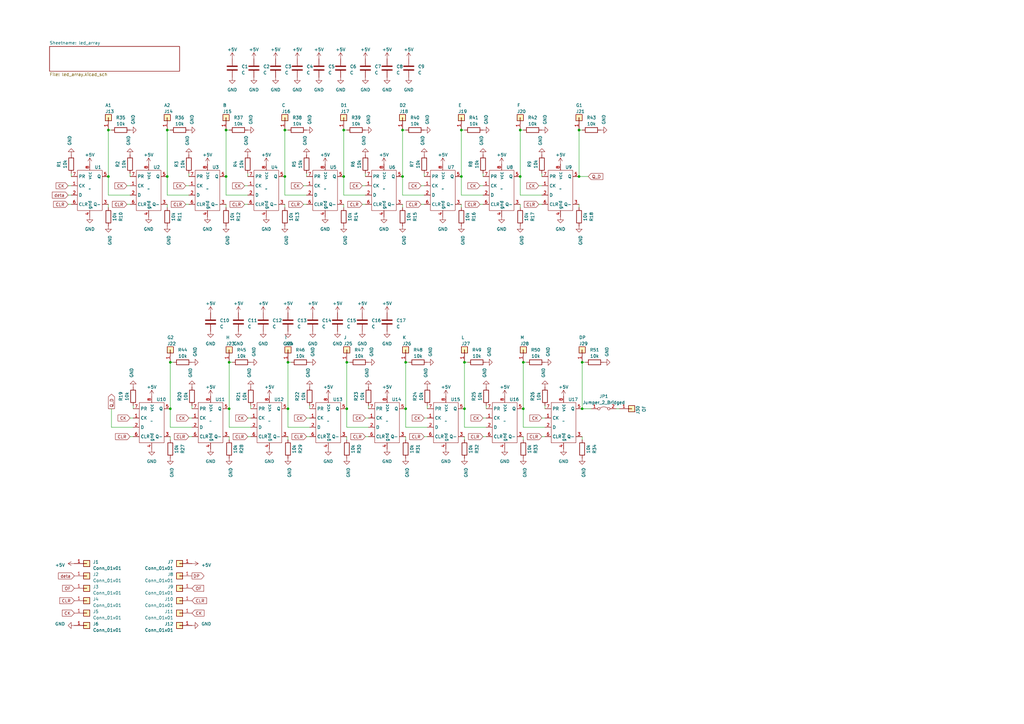
<source format=kicad_sch>
(kicad_sch (version 20230121) (generator eeschema)
  (paper "A3")
  (title_block (title "16seg") (date "2023-05-10") (rev "0.5") (company "takmasa kawauchi"))
  (junction (at 214.63 148.59))
  (junction (at 68.58 53.34))
  (junction (at 166.37 167.64))
  (junction (at 93.98 167.64))
  (junction (at 214.63 167.64))
  (junction (at 237.49 72.39))
  (junction (at 92.71 72.39))
  (junction (at 189.23 72.39))
  (junction (at 142.24 148.59))
  (junction (at 69.85 167.64))
  (junction (at 140.97 53.34))
  (junction (at 68.58 72.39))
  (junction (at 165.1 53.34))
  (junction (at 118.11 148.59))
  (junction (at 93.98 148.59))
  (junction (at 118.11 167.64))
  (junction (at 238.76 148.59))
  (junction (at 69.85 148.59))
  (junction (at 166.37 148.59))
  (junction (at 92.71 53.34))
  (junction (at 238.76 167.64))
  (junction (at 165.1 72.39))
  (junction (at 213.36 53.34))
  (junction (at 213.36 72.39))
  (junction (at 189.23 53.34))
  (junction (at 142.24 167.64))
  (junction (at 116.84 53.34))
  (junction (at 190.5 167.64))
  (junction (at 190.5 148.59))
  (junction (at 44.45 72.39))
  (junction (at 116.84 72.39))
  (junction (at 140.97 72.39))
  (junction (at 237.49 53.34))
  (junction (at 44.45 53.34))
  (wire (pts (xy 214.63 167.64) (xy 214.63 175.26)))
  (wire (pts (xy 44.45 80.01) (xy 53.34 80.01)))
  (wire (pts (xy 116.84 53.34) (xy 116.84 72.39)))
  (wire (pts (xy 190.5 167.64) (xy 190.5 175.26)))
  (wire (pts (xy 213.36 83.82) (xy 213.36 85.09)))
  (wire (pts (xy 142.24 148.59) (xy 143.51 148.59)))
  (wire (pts (xy 166.37 167.64) (xy 166.37 175.26)))
  (wire (pts (xy 27.94 80.01) (xy 29.21 80.01)))
  (wire (pts (xy 44.45 53.34) (xy 45.72 53.34)))
  (wire (pts (xy 166.37 148.59) (xy 166.37 167.64)))
  (wire (pts (xy 142.24 148.59) (xy 142.24 167.64)))
  (wire (pts (xy 68.58 53.34) (xy 68.58 72.39)))
  (wire (pts (xy 68.58 72.39) (xy 68.58 80.01)))
  (wire (pts (xy 166.37 179.07) (xy 166.37 180.34)))
  (wire (pts (xy 116.84 83.82) (xy 116.84 85.09)))
  (wire (pts (xy 173.99 171.45) (xy 175.26 171.45)))
  (wire (pts (xy 165.1 72.39) (xy 165.1 80.01)))
  (wire (pts (xy 52.07 76.2) (xy 53.34 76.2)))
  (wire (pts (xy 151.13 166.37) (xy 151.13 167.64)))
  (wire (pts (xy 165.1 53.34) (xy 166.37 53.34)))
  (wire (pts (xy 165.1 53.34) (xy 165.1 72.39)))
  (wire (pts (xy 27.94 83.82) (xy 29.21 83.82)))
  (wire (pts (xy 100.33 83.82) (xy 101.6 83.82)))
  (wire (pts (xy 213.36 80.01) (xy 222.25 80.01)))
  (wire (pts (xy 116.84 80.01) (xy 125.73 80.01)))
  (wire (pts (xy 140.97 53.34) (xy 142.24 53.34)))
  (wire (pts (xy 214.63 148.59) (xy 215.9 148.59)))
  (wire (pts (xy 77.47 171.45) (xy 78.74 171.45)))
  (wire (pts (xy 69.85 179.07) (xy 69.85 180.34)))
  (wire (pts (xy 101.6 179.07) (xy 102.87 179.07)))
  (wire (pts (xy 166.37 148.59) (xy 167.64 148.59)))
  (wire (pts (xy 92.71 53.34) (xy 92.71 72.39)))
  (wire (pts (xy 173.99 71.12) (xy 173.99 72.39)))
  (wire (pts (xy 166.37 175.26) (xy 175.26 175.26)))
  (wire (pts (xy 45.72 167.64) (xy 45.72 175.26)))
  (wire (pts (xy 220.98 76.2) (xy 222.25 76.2)))
  (wire (pts (xy 237.49 83.82) (xy 237.49 85.09)))
  (wire (pts (xy 78.74 166.37) (xy 78.74 167.64)))
  (wire (pts (xy 238.76 179.07) (xy 238.76 180.34)))
  (wire (pts (xy 214.63 179.07) (xy 214.63 180.34)))
  (wire (pts (xy 118.11 179.07) (xy 118.11 180.34)))
  (wire (pts (xy 238.76 148.59) (xy 238.76 167.64)))
  (wire (pts (xy 100.33 76.2) (xy 101.6 76.2)))
  (wire (pts (xy 140.97 53.34) (xy 140.97 72.39)))
  (wire (pts (xy 142.24 175.26) (xy 151.13 175.26)))
  (wire (pts (xy 198.12 71.12) (xy 198.12 72.39)))
  (wire (pts (xy 52.07 83.82) (xy 53.34 83.82)))
  (wire (pts (xy 53.34 171.45) (xy 54.61 171.45)))
  (wire (pts (xy 93.98 148.59) (xy 95.25 148.59)))
  (wire (pts (xy 118.11 167.64) (xy 118.11 175.26)))
  (wire (pts (xy 222.25 71.12) (xy 222.25 72.39)))
  (wire (pts (xy 44.45 72.39) (xy 44.45 80.01)))
  (wire (pts (xy 44.45 53.34) (xy 44.45 72.39)))
  (wire (pts (xy 77.47 179.07) (xy 78.74 179.07)))
  (wire (pts (xy 196.85 76.2) (xy 198.12 76.2)))
  (wire (pts (xy 172.72 76.2) (xy 173.99 76.2)))
  (wire (pts (xy 190.5 179.07) (xy 190.5 180.34)))
  (wire (pts (xy 76.2 83.82) (xy 77.47 83.82)))
  (wire (pts (xy 189.23 83.82) (xy 189.23 85.09)))
  (wire (pts (xy 116.84 53.34) (xy 118.11 53.34)))
  (wire (pts (xy 214.63 148.59) (xy 214.63 167.64)))
  (wire (pts (xy 93.98 175.26) (xy 102.87 175.26)))
  (wire (pts (xy 102.87 166.37) (xy 102.87 167.64)))
  (wire (pts (xy 53.34 71.12) (xy 53.34 72.39)))
  (wire (pts (xy 140.97 80.01) (xy 149.86 80.01)))
  (wire (pts (xy 142.24 179.07) (xy 142.24 180.34)))
  (wire (pts (xy 118.11 175.26) (xy 127 175.26)))
  (wire (pts (xy 213.36 53.34) (xy 213.36 72.39)))
  (wire (pts (xy 92.71 53.34) (xy 93.98 53.34)))
  (wire (pts (xy 29.21 71.12) (xy 29.21 72.39)))
  (wire (pts (xy 252.73 167.64) (xy 254 167.64)))
  (wire (pts (xy 93.98 179.07) (xy 93.98 180.34)))
  (wire (pts (xy 77.47 71.12) (xy 77.47 72.39)))
  (wire (pts (xy 76.2 76.2) (xy 77.47 76.2)))
  (wire (pts (xy 118.11 148.59) (xy 118.11 167.64)))
  (wire (pts (xy 214.63 175.26) (xy 223.52 175.26)))
  (wire (pts (xy 69.85 148.59) (xy 69.85 167.64)))
  (wire (pts (xy 222.25 179.07) (xy 223.52 179.07)))
  (wire (pts (xy 92.71 83.82) (xy 92.71 85.09)))
  (wire (pts (xy 124.46 83.82) (xy 125.73 83.82)))
  (wire (pts (xy 69.85 175.26) (xy 78.74 175.26)))
  (wire (pts (xy 69.85 148.59) (xy 71.12 148.59)))
  (wire (pts (xy 165.1 83.82) (xy 165.1 85.09)))
  (wire (pts (xy 213.36 53.34) (xy 214.63 53.34)))
  (wire (pts (xy 116.84 72.39) (xy 116.84 80.01)))
  (wire (pts (xy 68.58 80.01) (xy 77.47 80.01)))
  (wire (pts (xy 53.34 179.07) (xy 54.61 179.07)))
  (wire (pts (xy 198.12 179.07) (xy 199.39 179.07)))
  (wire (pts (xy 54.61 166.37) (xy 54.61 167.64)))
  (wire (pts (xy 125.73 171.45) (xy 127 171.45)))
  (wire (pts (xy 190.5 175.26) (xy 199.39 175.26)))
  (wire (pts (xy 213.36 72.39) (xy 213.36 80.01)))
  (wire (pts (xy 149.86 179.07) (xy 151.13 179.07)))
  (wire (pts (xy 92.71 80.01) (xy 101.6 80.01)))
  (wire (pts (xy 237.49 53.34) (xy 238.76 53.34)))
  (wire (pts (xy 223.52 166.37) (xy 223.52 167.64)))
  (wire (pts (xy 238.76 148.59) (xy 240.03 148.59)))
  (wire (pts (xy 125.73 71.12) (xy 125.73 72.39)))
  (wire (pts (xy 241.3 72.39) (xy 237.49 72.39)))
  (wire (pts (xy 198.12 171.45) (xy 199.39 171.45)))
  (wire (pts (xy 45.72 175.26) (xy 54.61 175.26)))
  (wire (pts (xy 125.73 179.07) (xy 127 179.07)))
  (wire (pts (xy 149.86 71.12) (xy 149.86 72.39)))
  (wire (pts (xy 189.23 80.01) (xy 198.12 80.01)))
  (wire (pts (xy 189.23 53.34) (xy 190.5 53.34)))
  (wire (pts (xy 172.72 83.82) (xy 173.99 83.82)))
  (wire (pts (xy 196.85 83.82) (xy 198.12 83.82)))
  (wire (pts (xy 238.76 167.64) (xy 242.57 167.64)))
  (wire (pts (xy 175.26 166.37) (xy 175.26 167.64)))
  (wire (pts (xy 69.85 167.64) (xy 69.85 175.26)))
  (wire (pts (xy 220.98 83.82) (xy 222.25 83.82)))
  (wire (pts (xy 101.6 171.45) (xy 102.87 171.45)))
  (wire (pts (xy 124.46 76.2) (xy 125.73 76.2)))
  (wire (pts (xy 93.98 148.59) (xy 93.98 167.64)))
  (wire (pts (xy 140.97 83.82) (xy 140.97 85.09)))
  (wire (pts (xy 237.49 53.34) (xy 237.49 72.39)))
  (wire (pts (xy 149.86 171.45) (xy 151.13 171.45)))
  (wire (pts (xy 165.1 80.01) (xy 173.99 80.01)))
  (wire (pts (xy 68.58 83.82) (xy 68.58 85.09)))
  (wire (pts (xy 189.23 53.34) (xy 189.23 72.39)))
  (wire (pts (xy 148.59 76.2) (xy 149.86 76.2)))
  (wire (pts (xy 189.23 72.39) (xy 189.23 80.01)))
  (wire (pts (xy 148.59 83.82) (xy 149.86 83.82)))
  (wire (pts (xy 140.97 72.39) (xy 140.97 80.01)))
  (wire (pts (xy 142.24 167.64) (xy 142.24 175.26)))
  (wire (pts (xy 68.58 53.34) (xy 69.85 53.34)))
  (wire (pts (xy 222.25 171.45) (xy 223.52 171.45)))
  (wire (pts (xy 101.6 71.12) (xy 101.6 72.39)))
  (wire (pts (xy 127 166.37) (xy 127 167.64)))
  (wire (pts (xy 173.99 179.07) (xy 175.26 179.07)))
  (wire (pts (xy 190.5 148.59) (xy 191.77 148.59)))
  (wire (pts (xy 118.11 148.59) (xy 119.38 148.59)))
  (wire (pts (xy 93.98 167.64) (xy 93.98 175.26)))
  (wire (pts (xy 199.39 166.37) (xy 199.39 167.64)))
  (wire (pts (xy 27.94 76.2) (xy 29.21 76.2)))
  (wire (pts (xy 44.45 83.82) (xy 44.45 85.09)))
  (wire (pts (xy 190.5 148.59) (xy 190.5 167.64)))
  (wire (pts (xy 92.71 72.39) (xy 92.71 80.01)))
  (global_label "CK" (shape input) (at 125.73 171.45 180) (property "Intersheetrefs" "${INTERSHEET_REFS}" (effects hide)))
  (global_label "CLR" (shape input) (at 52.07 83.82 180) (property "Intersheetrefs" "${INTERSHEET_REFS}" (effects hide)))
  (global_label "CLR" (shape input) (at 100.33 83.82 180) (property "Intersheetrefs" "${INTERSHEET_REFS}" (effects hide)))
  (global_label "CK" (shape input) (at 53.34 171.45 180) (property "Intersheetrefs" "${INTERSHEET_REFS}" (effects hide)))
  (global_label "CLR" (shape input) (at 222.25 179.07 180) (property "Intersheetrefs" "${INTERSHEET_REFS}" (effects hide)))
  (global_label "CK" (shape input) (at 124.46 76.2 180) (property "Intersheetrefs" "${INTERSHEET_REFS}" (effects hide)))
  (global_label "CK" (shape input) (at 30.48 251.46 180) (property "Intersheetrefs" "${INTERSHEET_REFS}" (effects hide)))
  (global_label "deta" (shape input) (at 27.94 80.01 180) (property "Intersheetrefs" "${INTERSHEET_REFS}" (effects hide)))
  (global_label "CLR" (shape input) (at 172.72 83.82 180) (property "Intersheetrefs" "${INTERSHEET_REFS}" (effects hide)))
  (global_label "DP" (shape output) (at 78.74 236.22 0) (property "Intersheetrefs" "${INTERSHEET_REFS}" (effects hide)))
  (global_label "CLR" (shape input) (at 124.46 83.82 180) (property "Intersheetrefs" "${INTERSHEET_REFS}" (effects hide)))
  (global_label "Q_D" (shape input) (at 241.3 72.39 0) (property "Intersheetrefs" "${INTERSHEET_REFS}" (effects hide)))
  (global_label "CK" (shape input) (at 220.98 76.2 180) (property "Intersheetrefs" "${INTERSHEET_REFS}" (effects hide)))
  (global_label "OF" (shape input) (at 78.74 241.3 0) (property "Intersheetrefs" "${INTERSHEET_REFS}" (effects hide)))
  (global_label "CK" (shape input) (at 149.86 171.45 180) (property "Intersheetrefs" "${INTERSHEET_REFS}" (effects hide)))
  (global_label "CLR" (shape input) (at 30.48 246.38 180) (property "Intersheetrefs" "${INTERSHEET_REFS}" (effects hide)))
  (global_label "Q_D" (shape output) (at 45.72 167.64 90) (property "Intersheetrefs" "${INTERSHEET_REFS}" (effects hide)))
  (global_label "CK" (shape input) (at 101.6 171.45 180) (property "Intersheetrefs" "${INTERSHEET_REFS}" (effects hide)))
  (global_label "CLR" (shape input) (at 101.6 179.07 180) (property "Intersheetrefs" "${INTERSHEET_REFS}" (effects hide)))
  (global_label "CK" (shape input) (at 196.85 76.2 180) (property "Intersheetrefs" "${INTERSHEET_REFS}" (effects hide)))
  (global_label "CK" (shape input) (at 222.25 171.45 180) (property "Intersheetrefs" "${INTERSHEET_REFS}" (effects hide)))
  (global_label "CK" (shape input) (at 173.99 171.45 180) (property "Intersheetrefs" "${INTERSHEET_REFS}" (effects hide)))
  (global_label "CLR" (shape input) (at 53.34 179.07 180) (property "Intersheetrefs" "${INTERSHEET_REFS}" (effects hide)))
  (global_label "CLR" (shape input) (at 27.94 83.82 180) (property "Intersheetrefs" "${INTERSHEET_REFS}" (effects hide)))
  (global_label "CLR" (shape input) (at 198.12 179.07 180) (property "Intersheetrefs" "${INTERSHEET_REFS}" (effects hide)))
  (global_label "CK" (shape input) (at 77.47 171.45 180) (property "Intersheetrefs" "${INTERSHEET_REFS}" (effects hide)))
  (global_label "CLR" (shape input) (at 78.74 246.38 0) (property "Intersheetrefs" "${INTERSHEET_REFS}" (effects hide)))
  (global_label "CK" (shape input) (at 100.33 76.2 180) (property "Intersheetrefs" "${INTERSHEET_REFS}" (effects hide)))
  (global_label "CLR" (shape input) (at 76.2 83.82 180) (property "Intersheetrefs" "${INTERSHEET_REFS}" (effects hide)))
  (global_label "deta" (shape input) (at 30.48 236.22 180) (property "Intersheetrefs" "${INTERSHEET_REFS}" (effects hide)))
  (global_label "CLR" (shape input) (at 148.59 83.82 180) (property "Intersheetrefs" "${INTERSHEET_REFS}" (effects hide)))
  (global_label "CK" (shape input) (at 78.74 251.46 0) (property "Intersheetrefs" "${INTERSHEET_REFS}" (effects hide)))
  (global_label "CLR" (shape input) (at 196.85 83.82 180) (property "Intersheetrefs" "${INTERSHEET_REFS}" (effects hide)))
  (global_label "CLR" (shape input) (at 125.73 179.07 180) (property "Intersheetrefs" "${INTERSHEET_REFS}" (effects hide)))
  (global_label "CK" (shape input) (at 198.12 171.45 180) (property "Intersheetrefs" "${INTERSHEET_REFS}" (effects hide)))
  (global_label "CLR" (shape input) (at 77.47 179.07 180) (property "Intersheetrefs" "${INTERSHEET_REFS}" (effects hide)))
  (global_label "OF" (shape input) (at 30.48 241.3 180) (property "Intersheetrefs" "${INTERSHEET_REFS}" (effects hide)))
  (global_label "CK" (shape input) (at 27.94 76.2 180) (property "Intersheetrefs" "${INTERSHEET_REFS}" (effects hide)))
  (global_label "CK" (shape input) (at 172.72 76.2 180) (property "Intersheetrefs" "${INTERSHEET_REFS}" (effects hide)))
  (global_label "CLR" (shape input) (at 149.86 179.07 180) (property "Intersheetrefs" "${INTERSHEET_REFS}" (effects hide)))
  (global_label "CK" (shape input) (at 52.07 76.2 180) (property "Intersheetrefs" "${INTERSHEET_REFS}" (effects hide)))
  (global_label "CLR" (shape input) (at 220.98 83.82 180) (property "Intersheetrefs" "${INTERSHEET_REFS}" (effects hide)))
  (global_label "CK" (shape input) (at 148.59 76.2 180) (property "Intersheetrefs" "${INTERSHEET_REFS}" (effects hide)))
  (global_label "CK" (shape input) (at 76.2 76.2 180) (property "Intersheetrefs" "${INTERSHEET_REFS}" (effects hide)))
  (global_label "CLR" (shape input) (at 173.99 179.07 180) (property "Intersheetrefs" "${INTERSHEET_REFS}" (effects hide)))
  (symbol (lib_id "Connector_Generic:Conn_01x01") (at 142.24 143.51 270) (mirror x) (unit 1)
    (property "Reference" "J25" (at 140.97 140.97 90) (effects (justify left)))
    (property "Value" "J" (at 140.97 138.43 90) (effects (justify left)))
    (property "Footprint" "Connector_Wire:SolderWire-0.5sqmm_1x01_D0.9mm_OD2.1mm" (effects hide))
  )
  (symbol (lib_id "Connector_Generic:Conn_01x01") (at 93.98 143.51 270) (mirror x) (unit 1)
    (property "Reference" "J23" (at 92.71 140.97 90) (effects (justify left)))
    (property "Value" "H" (at 92.71 138.43 90) (effects (justify left)))
    (property "Footprint" "Connector_Wire:SolderWire-0.5sqmm_1x01_D0.9mm_OD2.1mm" (effects hide))
  )
  (symbol (lib_id "power:GND") (at 54.61 158.75 180) (unit 1)
    (property "Reference" "#PWR037" (effects hide))
    (property "Value" "GND" (at 53.975 154.94 90) (effects (justify right)))
  )
  (symbol (lib_id "Device:C") (at 148.59 132.08 0) (unit 1)
    (property "Reference" "C16" (at 152.4 131.445 0) (effects (justify left)))
    (property "Value" "C" (at 152.4 133.985 0) (effects (justify left)))
    (property "Footprint" "Capacitor_SMD:C_0805_2012Metric" (effects hide))
  )
  (symbol (lib_id "Device:R") (at 49.53 53.34 270) (mirror x) (unit 1)
    (property "Reference" "R35" (at 49.53 48.26 90))
    (property "Value" "10k" (at 49.53 50.8 90))
    (property "Footprint" "Resistor_SMD:R_1206_3216Metric" (effects hide))
  )
  (symbol (lib_id "Device:R") (at 198.12 67.31 0) (mirror y) (unit 1)
    (property "Reference" "R8" (at 193.04 67.31 90))
    (property "Value" "10k" (at 195.58 67.31 90))
    (property "Footprint" "Resistor_SMD:R_1206_3216Metric" (effects hide))
  )
  (symbol (lib_id "power:+5V") (at 157.48 67.31 0) (unit 1)
    (property "Reference" "#PWR015" (effects hide))
    (property "Value" "+5V" (at 157.48 63.5 0))
  )
  (symbol (lib_id "Library:TC7WH74FU") (at 85.09 77.47 0) (unit 1)
    (property "Reference" "U3" (at 87.0459 68.58 0) (effects (justify left)))
    (property "Value" "~" (at 85.09 77.47 0))
    (property "Footprint" "Package_SO:TSSOP-8_3x3mm_P0.65mm" (effects hide))
  )
  (symbol (lib_id "power:GND") (at 151.13 148.59 90) (unit 1)
    (property "Reference" "#PWR0128" (effects hide))
    (property "Value" "GND" (at 152.4 142.24 0) (effects (justify right)))
  )
  (symbol (lib_id "Connector_Generic:Conn_01x01") (at 35.56 236.22 0) (unit 1)
    (property "Reference" "J2" (at 38.1 235.585 0) (effects (justify left)))
    (property "Value" "Conn_01x01" (at 38.1 238.125 0) (effects (justify left)))
    (property "Footprint" "Connector_Wire:SolderWire-0.5sqmm_1x01_D0.9mm_OD2.1mm" (effects hide))
  )
  (symbol (lib_id "power:GND") (at 128.27 135.89 0) (unit 1)
    (property "Reference" "#PWR0119" (effects hide))
    (property "Value" "GND" (at 128.27 140.97 0))
  )
  (symbol (lib_id "Device:R") (at 78.74 162.56 0) (mirror y) (unit 1)
    (property "Reference" "R20" (at 73.66 162.56 90))
    (property "Value" "10k" (at 76.2 162.56 90))
    (property "Footprint" "Resistor_SMD:R_1206_3216Metric" (effects hide))
  )
  (symbol (lib_id "Library:TC7WH74FU") (at 109.22 77.47 0) (unit 1)
    (property "Reference" "U4" (at 111.1759 68.58 0) (effects (justify left)))
    (property "Value" "~" (at 109.22 77.47 0))
    (property "Footprint" "Package_SO:TSSOP-8_3x3mm_P0.65mm" (effects hide))
  )
  (symbol (lib_id "Device:R") (at 93.98 184.15 0) (mirror x) (unit 1)
    (property "Reference" "R28" (at 99.06 184.15 90))
    (property "Value" "10k" (at 96.52 184.15 90))
    (property "Footprint" "Resistor_SMD:R_1206_3216Metric" (effects hide))
  )
  (symbol (lib_id "Device:C") (at 97.79 132.08 0) (unit 1)
    (property "Reference" "C11" (at 101.6 131.445 0) (effects (justify left)))
    (property "Value" "C" (at 101.6 133.985 0) (effects (justify left)))
    (property "Footprint" "Capacitor_SMD:C_0805_2012Metric" (effects hide))
  )
  (symbol (lib_id "Device:R") (at 242.57 53.34 270) (mirror x) (unit 1)
    (property "Reference" "R43" (at 242.57 48.26 90))
    (property "Value" "10k" (at 242.57 50.8 90))
    (property "Footprint" "Resistor_SMD:R_1206_3216Metric" (effects hide))
  )
  (symbol (lib_id "power:GND") (at 125.73 53.34 90) (unit 1)
    (property "Reference" "#PWR081" (effects hide))
    (property "Value" "GND" (at 127 46.99 0) (effects (justify right)))
  )
  (symbol (lib_id "Device:R") (at 118.11 184.15 0) (mirror x) (unit 1)
    (property "Reference" "R29" (at 123.19 184.15 90))
    (property "Value" "10k" (at 120.65 184.15 90))
    (property "Footprint" "Resistor_SMD:R_1206_3216Metric" (effects hide))
  )
  (symbol (lib_id "power:GND") (at 140.97 92.71 0) (unit 1)
    (property "Reference" "#PWR032" (effects hide))
    (property "Value" "GND" (at 141.605 96.52 90) (effects (justify right)))
  )
  (symbol (lib_id "Device:C") (at 158.75 132.08 0) (unit 1)
    (property "Reference" "C17" (at 162.56 131.445 0) (effects (justify left)))
    (property "Value" "C" (at 162.56 133.985 0) (effects (justify left)))
    (property "Footprint" "Capacitor_SMD:C_0805_2012Metric" (effects hide))
  )
  (symbol (lib_id "Library:TC7WH74FU") (at 86.36 172.72 0) (unit 1)
    (property "Reference" "U11" (at 88.3159 163.83 0) (effects (justify left)))
    (property "Value" "~" (at 86.36 172.72 0))
    (property "Footprint" "Package_SO:TSSOP-8_3x3mm_P0.65mm" (effects hide))
  )
  (symbol (lib_id "power:+5V") (at 110.49 162.56 0) (unit 1)
    (property "Reference" "#PWR047" (effects hide))
    (property "Value" "+5V" (at 110.49 158.75 0))
  )
  (symbol (lib_id "Device:C") (at 104.14 27.94 0) (unit 1)
    (property "Reference" "C2" (at 107.95 27.305 0) (effects (justify left)))
    (property "Value" "C" (at 107.95 29.845 0) (effects (justify left)))
    (property "Footprint" "Capacitor_SMD:C_0805_2012Metric" (effects hide))
  )
  (symbol (lib_id "power:GND") (at 85.09 88.9 0) (unit 1)
    (property "Reference" "#PWR021" (effects hide))
    (property "Value" "GND" (at 85.09 93.98 0))
  )
  (symbol (lib_id "power:GND") (at 149.86 31.75 0) (unit 1)
    (property "Reference" "#PWR0105" (effects hide))
    (property "Value" "GND" (at 149.86 36.83 0))
  )
  (symbol (lib_id "power:GND") (at 223.52 148.59 90) (unit 1)
    (property "Reference" "#PWR0131" (effects hide))
    (property "Value" "GND" (at 224.79 142.24 0) (effects (justify right)))
  )
  (symbol (lib_id "power:+5V") (at 158.75 24.13 0) (unit 1)
    (property "Reference" "#PWR0106" (effects hide))
    (property "Value" "+5V" (at 158.75 20.32 0))
  )
  (symbol (lib_id "power:GND") (at 78.74 148.59 90) (unit 1)
    (property "Reference" "#PWR087" (effects hide))
    (property "Value" "GND" (at 80.01 142.24 0) (effects (justify right)))
  )
  (symbol (lib_id "power:+5V") (at 118.11 128.27 0) (unit 1)
    (property "Reference" "#PWR0116" (effects hide))
    (property "Value" "+5V" (at 118.11 124.46 0))
  )
  (symbol (lib_id "Device:R") (at 195.58 148.59 270) (mirror x) (unit 1)
    (property "Reference" "R49" (at 195.58 143.51 90))
    (property "Value" "10k" (at 195.58 146.05 90))
    (property "Footprint" "Resistor_SMD:R_1206_3216Metric" (effects hide))
  )
  (symbol (lib_id "Connector_Generic:Conn_01x01") (at 259.08 167.64 0) (mirror x) (unit 1)
    (property "Reference" "J30" (at 261.62 166.37 90) (effects (justify left)))
    (property "Value" "OF" (at 264.16 166.37 90) (effects (justify left)))
    (property "Footprint" "Connector_Wire:SolderWire-0.5sqmm_1x01_D0.9mm_OD2.1mm" (effects hide))
  )
  (symbol (lib_id "Device:C") (at 128.27 132.08 0) (unit 1)
    (property "Reference" "C14" (at 132.08 131.445 0) (effects (justify left)))
    (property "Value" "C" (at 132.08 133.985 0) (effects (justify left)))
    (property "Footprint" "Capacitor_SMD:C_0805_2012Metric" (effects hide))
  )
  (symbol (lib_id "Device:R") (at 54.61 162.56 0) (mirror y) (unit 1)
    (property "Reference" "R19" (at 49.53 162.56 90))
    (property "Value" "10k" (at 52.07 162.56 90))
    (property "Footprint" "Resistor_SMD:R_1206_3216Metric" (effects hide))
  )
  (symbol (lib_id "power:GND") (at 198.12 63.5 180) (unit 1)
    (property "Reference" "#PWR08" (effects hide))
    (property "Value" "GND" (at 197.485 59.69 90) (effects (justify right)))
  )
  (symbol (lib_id "power:GND") (at 199.39 148.59 90) (unit 1)
    (property "Reference" "#PWR0130" (effects hide))
    (property "Value" "GND" (at 200.66 142.24 0) (effects (justify right)))
  )
  (symbol (lib_id "Device:R") (at 125.73 67.31 0) (mirror y) (unit 1)
    (property "Reference" "R5" (at 120.65 67.31 90))
    (property "Value" "10k" (at 123.19 67.31 90))
    (property "Footprint" "Resistor_SMD:R_1206_3216Metric" (effects hide))
  )
  (symbol (lib_id "Device:R") (at 73.66 53.34 270) (mirror x) (unit 1)
    (property "Reference" "R36" (at 73.66 48.26 90))
    (property "Value" "10k" (at 73.66 50.8 90))
    (property "Footprint" "Resistor_SMD:R_1206_3216Metric" (effects hide))
  )
  (symbol (lib_id "power:GND") (at 127 148.59 90) (unit 1)
    (property "Reference" "#PWR0127" (effects hide))
    (property "Value" "GND" (at 128.27 142.24 0) (effects (justify right)))
  )
  (symbol (lib_id "power:+5V") (at 128.27 128.27 0) (unit 1)
    (property "Reference" "#PWR0118" (effects hide))
    (property "Value" "+5V" (at 128.27 124.46 0))
  )
  (symbol (lib_id "power:+5V") (at 121.92 24.13 0) (unit 1)
    (property "Reference" "#PWR098" (effects hide))
    (property "Value" "+5V" (at 121.92 20.32 0))
  )
  (symbol (lib_id "Device:C") (at 138.43 132.08 0) (unit 1)
    (property "Reference" "C15" (at 142.24 131.445 0) (effects (justify left)))
    (property "Value" "C" (at 142.24 133.985 0) (effects (justify left)))
    (property "Footprint" "Capacitor_SMD:C_0805_2012Metric" (effects hide))
  )
  (symbol (lib_id "power:GND") (at 142.24 187.96 0) (unit 1)
    (property "Reference" "#PWR064" (effects hide))
    (property "Value" "GND" (at 142.875 191.77 90) (effects (justify right)))
  )
  (symbol (lib_id "power:GND") (at 182.88 184.15 0) (unit 1)
    (property "Reference" "#PWR058" (effects hide))
    (property "Value" "GND" (at 182.88 189.23 0))
  )
  (symbol (lib_id "Device:R") (at 99.06 148.59 270) (mirror x) (unit 1)
    (property "Reference" "R45" (at 99.06 143.51 90))
    (property "Value" "10k" (at 99.06 146.05 90))
    (property "Footprint" "Resistor_SMD:R_1206_3216Metric" (effects hide))
  )
  (symbol (lib_id "Library:TC7WH74FU") (at 181.61 77.47 0) (unit 1)
    (property "Reference" "U7" (at 183.5659 68.58 0) (effects (justify left)))
    (property "Value" "~" (at 181.61 77.47 0))
    (property "Footprint" "Package_SO:TSSOP-8_3x3mm_P0.65mm" (effects hide))
  )
  (symbol (lib_id "Device:C") (at 107.95 132.08 0) (unit 1)
    (property "Reference" "C12" (at 111.76 131.445 0) (effects (justify left)))
    (property "Value" "C" (at 111.76 133.985 0) (effects (justify left)))
    (property "Footprint" "Capacitor_SMD:C_0805_2012Metric" (effects hide))
  )
  (symbol (lib_id "power:+5V") (at 95.25 24.13 0) (unit 1)
    (property "Reference" "#PWR092" (effects hide))
    (property "Value" "+5V" (at 95.25 20.32 0))
  )
  (symbol (lib_id "power:GND") (at 110.49 184.15 0) (unit 1)
    (property "Reference" "#PWR055" (effects hide))
    (property "Value" "GND" (at 110.49 189.23 0))
  )
  (symbol (lib_id "Device:R") (at 92.71 88.9 0) (mirror x) (unit 1)
    (property "Reference" "R12" (at 97.79 88.9 90))
    (property "Value" "10k" (at 95.25 88.9 90))
    (property "Footprint" "Resistor_SMD:R_1206_3216Metric" (effects hide))
  )
  (symbol (lib_id "Connector_Generic:Conn_01x01") (at 214.63 143.51 270) (mirror x) (unit 1)
    (property "Reference" "J28" (at 213.36 140.97 90) (effects (justify left)))
    (property "Value" "M" (at 213.36 138.43 90) (effects (justify left)))
    (property "Footprint" "Connector_Wire:SolderWire-0.5sqmm_1x01_D0.9mm_OD2.1mm" (effects hide))
  )
  (symbol (lib_id "Device:R") (at 68.58 88.9 0) (mirror x) (unit 1)
    (property "Reference" "R11" (at 73.66 88.9 90))
    (property "Value" "10k" (at 71.12 88.9 90))
    (property "Footprint" "Resistor_SMD:R_1206_3216Metric" (effects hide))
  )
  (symbol (lib_id "power:GND") (at 97.79 135.89 0) (unit 1)
    (property "Reference" "#PWR0113" (effects hide))
    (property "Value" "GND" (at 97.79 140.97 0))
  )
  (symbol (lib_id "power:GND") (at 86.36 135.89 0) (unit 1)
    (property "Reference" "#PWR0111" (effects hide))
    (property "Value" "GND" (at 86.36 140.97 0))
  )
  (symbol (lib_id "power:GND") (at 247.65 148.59 90) (unit 1)
    (property "Reference" "#PWR0132" (effects hide))
    (property "Value" "GND" (at 248.92 142.24 0) (effects (justify right)))
  )
  (symbol (lib_id "Connector_Generic:Conn_01x01") (at 165.1 48.26 270) (mirror x) (unit 1)
    (property "Reference" "J18" (at 163.83 45.72 90) (effects (justify left)))
    (property "Value" "D2" (at 163.83 43.18 90) (effects (justify left)))
    (property "Footprint" "Connector_Wire:SolderWire-0.5sqmm_1x01_D0.9mm_OD2.1mm" (effects hide))
  )
  (symbol (lib_id "power:GND") (at 222.25 53.34 90) (unit 1)
    (property "Reference" "#PWR085" (effects hide))
    (property "Value" "GND" (at 223.52 46.99 0) (effects (justify right)))
  )
  (symbol (lib_id "Connector_Generic:Conn_01x01") (at 44.45 48.26 270) (mirror x) (unit 1)
    (property "Reference" "J13" (at 43.18 45.72 90) (effects (justify left)))
    (property "Value" "A1" (at 43.18 43.18 90) (effects (justify left)))
    (property "Footprint" "Connector_Wire:SolderWire-0.5sqmm_1x01_D0.9mm_OD2.1mm" (effects hide))
  )
  (symbol (lib_id "Device:R") (at 243.84 148.59 270) (mirror x) (unit 1)
    (property "Reference" "R51" (at 243.84 143.51 90))
    (property "Value" "10k" (at 243.84 146.05 90))
    (property "Footprint" "Resistor_SMD:R_1206_3216Metric" (effects hide))
  )
  (symbol (lib_id "Device:R") (at 121.92 53.34 270) (mirror x) (unit 1)
    (property "Reference" "R38" (at 121.92 48.26 90))
    (property "Value" "10k" (at 121.92 50.8 90))
    (property "Footprint" "Resistor_SMD:R_1206_3216Metric" (effects hide))
  )
  (symbol (lib_id "Connector_Generic:Conn_01x01") (at 189.23 48.26 270) (mirror x) (unit 1)
    (property "Reference" "J19" (at 187.96 45.72 90) (effects (justify left)))
    (property "Value" "E" (at 187.96 43.18 90) (effects (justify left)))
    (property "Footprint" "Connector_Wire:SolderWire-0.5sqmm_1x01_D0.9mm_OD2.1mm" (effects hide))
  )
  (symbol (lib_id "power:GND") (at 175.26 148.59 90) (unit 1)
    (property "Reference" "#PWR0129" (effects hide))
    (property "Value" "GND" (at 176.53 142.24 0) (effects (justify right)))
  )
  (symbol (lib_id "Library:TC7WH74FU") (at 157.48 77.47 0) (unit 1)
    (property "Reference" "U6" (at 159.4359 68.58 0) (effects (justify left)))
    (property "Value" "~" (at 157.48 77.47 0))
    (property "Footprint" "Package_SO:TSSOP-8_3x3mm_P0.65mm" (effects hide))
  )
  (symbol (lib_id "power:GND") (at 118.11 187.96 0) (unit 1)
    (property "Reference" "#PWR063" (effects hide))
    (property "Value" "GND" (at 118.745 191.77 90) (effects (justify right)))
  )
  (symbol (lib_id "power:GND") (at 78.74 256.54 90) (mirror x) (unit 1)
    (property "Reference" "#PWR091" (effects hide))
    (property "Value" "GND" (at 82.55 255.905 90) (effects (justify right)))
  )
  (symbol (lib_id "power:+5V") (at 205.74 67.31 0) (unit 1)
    (property "Reference" "#PWR017" (effects hide))
    (property "Value" "+5V" (at 205.74 63.5 0))
  )
  (symbol (lib_id "power:+5V") (at 229.87 67.31 0) (unit 1)
    (property "Reference" "#PWR018" (effects hide))
    (property "Value" "+5V" (at 229.87 63.5 0))
  )
  (symbol (lib_id "power:+5V") (at 104.14 24.13 0) (unit 1)
    (property "Reference" "#PWR094" (effects hide))
    (property "Value" "+5V" (at 104.14 20.32 0))
  )
  (symbol (lib_id "power:GND") (at 213.36 92.71 0) (unit 1)
    (property "Reference" "#PWR035" (effects hide))
    (property "Value" "GND" (at 213.995 96.52 90) (effects (justify right)))
  )
  (symbol (lib_id "Device:R") (at 171.45 148.59 270) (mirror x) (unit 1)
    (property "Reference" "R48" (at 171.45 143.51 90))
    (property "Value" "10k" (at 171.45 146.05 90))
    (property "Footprint" "Resistor_SMD:R_1206_3216Metric" (effects hide))
  )
  (symbol (lib_id "Device:R") (at 147.32 148.59 270) (mirror x) (unit 1)
    (property "Reference" "R47" (at 147.32 143.51 90))
    (property "Value" "10k" (at 147.32 146.05 90))
    (property "Footprint" "Resistor_SMD:R_1206_3216Metric" (effects hide))
  )
  (symbol (lib_id "power:GND") (at 151.13 158.75 180) (unit 1)
    (property "Reference" "#PWR041" (effects hide))
    (property "Value" "GND" (at 150.495 154.94 90) (effects (justify right)))
  )
  (symbol (lib_id "power:+5V") (at 133.35 67.31 0) (unit 1)
    (property "Reference" "#PWR014" (effects hide))
    (property "Value" "+5V" (at 133.35 63.5 0))
  )
  (symbol (lib_id "Connector_Generic:Conn_01x01") (at 116.84 48.26 270) (mirror x) (unit 1)
    (property "Reference" "J16" (at 115.57 45.72 90) (effects (justify left)))
    (property "Value" "C" (at 115.57 43.18 90) (effects (justify left)))
    (property "Footprint" "Connector_Wire:SolderWire-0.5sqmm_1x01_D0.9mm_OD2.1mm" (effects hide))
  )
  (symbol (lib_id "Device:R") (at 165.1 88.9 0) (mirror x) (unit 1)
    (property "Reference" "R15" (at 170.18 88.9 90))
    (property "Value" "10k" (at 167.64 88.9 90))
    (property "Footprint" "Resistor_SMD:R_1206_3216Metric" (effects hide))
  )
  (symbol (lib_id "power:+5V") (at 148.59 128.27 0) (unit 1)
    (property "Reference" "#PWR0122" (effects hide))
    (property "Value" "+5V" (at 148.59 124.46 0))
  )
  (symbol (lib_id "Connector_Generic:Conn_01x01") (at 213.36 48.26 270) (mirror x) (unit 1)
    (property "Reference" "J20" (at 212.09 45.72 90) (effects (justify left)))
    (property "Value" "F" (at 212.09 43.18 90) (effects (justify left)))
    (property "Footprint" "Connector_Wire:SolderWire-0.5sqmm_1x01_D0.9mm_OD2.1mm" (effects hide))
  )
  (symbol (lib_id "Device:C") (at 139.7 27.94 0) (unit 1)
    (property "Reference" "C6" (at 143.51 27.305 0) (effects (justify left)))
    (property "Value" "C" (at 143.51 29.845 0) (effects (justify left)))
    (property "Footprint" "Capacitor_SMD:C_0805_2012Metric" (effects hide))
  )
  (symbol (lib_id "Device:R") (at 238.76 184.15 0) (mirror x) (unit 1)
    (property "Reference" "R34" (at 243.84 184.15 90))
    (property "Value" "10k" (at 241.3 184.15 90))
    (property "Footprint" "Resistor_SMD:R_1206_3216Metric" (effects hide))
  )
  (symbol (lib_id "power:GND") (at 238.76 187.96 0) (unit 1)
    (property "Reference" "#PWR068" (effects hide))
    (property "Value" "GND" (at 239.395 191.77 90) (effects (justify right)))
  )
  (symbol (lib_id "power:+5V") (at 158.75 162.56 0) (unit 1)
    (property "Reference" "#PWR049" (effects hide))
    (property "Value" "+5V" (at 158.75 158.75 0))
  )
  (symbol (lib_id "Device:C") (at 130.81 27.94 0) (unit 1)
    (property "Reference" "C5" (at 134.62 27.305 0) (effects (justify left)))
    (property "Value" "C" (at 134.62 29.845 0) (effects (justify left)))
    (property "Footprint" "Capacitor_SMD:C_0805_2012Metric" (effects hide))
  )
  (symbol (lib_id "Device:R") (at 69.85 184.15 0) (mirror x) (unit 1)
    (property "Reference" "R27" (at 74.93 184.15 90))
    (property "Value" "10k" (at 72.39 184.15 90))
    (property "Footprint" "Resistor_SMD:R_1206_3216Metric" (effects hide))
  )
  (symbol (lib_id "power:GND") (at 53.34 63.5 180) (unit 1)
    (property "Reference" "#PWR02" (effects hide))
    (property "Value" "GND" (at 52.705 59.69 90) (effects (justify right)))
  )
  (symbol (lib_id "power:+5V") (at 167.64 24.13 0) (unit 1)
    (property "Reference" "#PWR0108" (effects hide))
    (property "Value" "+5V" (at 167.64 20.32 0))
  )
  (symbol (lib_id "power:GND") (at 95.25 31.75 0) (unit 1)
    (property "Reference" "#PWR093" (effects hide))
    (property "Value" "GND" (at 95.25 36.83 0))
  )
  (symbol (lib_id "Device:R") (at 190.5 184.15 0) (mirror x) (unit 1)
    (property "Reference" "R32" (at 195.58 184.15 90))
    (property "Value" "10k" (at 193.04 184.15 90))
    (property "Footprint" "Resistor_SMD:R_1206_3216Metric" (effects hide))
  )
  (symbol (lib_id "Device:C") (at 149.86 27.94 0) (unit 1)
    (property "Reference" "C7" (at 153.67 27.305 0) (effects (justify left)))
    (property "Value" "C" (at 153.67 29.845 0) (effects (justify left)))
    (property "Footprint" "Capacitor_SMD:C_0805_2012Metric" (effects hide))
  )
  (symbol (lib_id "Device:R") (at 146.05 53.34 270) (mirror x) (unit 1)
    (property "Reference" "R39" (at 146.05 48.26 90))
    (property "Value" "10k" (at 146.05 50.8 90))
    (property "Footprint" "Resistor_SMD:R_1206_3216Metric" (effects hide))
  )
  (symbol (lib_id "Device:R") (at 123.19 148.59 270) (mirror x) (unit 1)
    (property "Reference" "R46" (at 123.19 143.51 90))
    (property "Value" "10k" (at 123.19 146.05 90))
    (property "Footprint" "Resistor_SMD:R_1206_3216Metric" (effects hide))
  )
  (symbol (lib_id "power:GND") (at 138.43 135.89 0) (unit 1)
    (property "Reference" "#PWR0121" (effects hide))
    (property "Value" "GND" (at 138.43 140.97 0))
  )
  (symbol (lib_id "power:GND") (at 86.36 184.15 0) (unit 1)
    (property "Reference" "#PWR054" (effects hide))
    (property "Value" "GND" (at 86.36 189.23 0))
  )
  (symbol (lib_id "Library:TC7WH74FU") (at 231.14 172.72 0) (unit 1)
    (property "Reference" "U17" (at 233.0959 163.83 0) (effects (justify left)))
    (property "Value" "~" (at 231.14 172.72 0))
    (property "Footprint" "Package_SO:TSSOP-8_3x3mm_P0.65mm" (effects hide))
  )
  (symbol (lib_id "Device:R") (at 219.71 148.59 270) (mirror x) (unit 1)
    (property "Reference" "R50" (at 219.71 143.51 90))
    (property "Value" "10k" (at 219.71 146.05 90))
    (property "Footprint" "Resistor_SMD:R_1206_3216Metric" (effects hide))
  )
  (symbol (lib_id "power:+5V") (at 134.62 162.56 0) (unit 1)
    (property "Reference" "#PWR048" (effects hide))
    (property "Value" "+5V" (at 134.62 158.75 0))
  )
  (symbol (lib_id "power:GND") (at 69.85 187.96 0) (unit 1)
    (property "Reference" "#PWR061" (effects hide))
    (property "Value" "GND" (at 70.485 191.77 90) (effects (justify right)))
  )
  (symbol (lib_id "power:GND") (at 149.86 53.34 90) (unit 1)
    (property "Reference" "#PWR082" (effects hide))
    (property "Value" "GND" (at 151.13 46.99 0) (effects (justify right)))
  )
  (symbol (lib_id "power:GND") (at 158.75 184.15 0) (unit 1)
    (property "Reference" "#PWR057" (effects hide))
    (property "Value" "GND" (at 158.75 189.23 0))
  )
  (symbol (lib_id "power:GND") (at 157.48 88.9 0) (unit 1)
    (property "Reference" "#PWR024" (effects hide))
    (property "Value" "GND" (at 157.48 93.98 0))
  )
  (symbol (lib_id "power:GND") (at 173.99 53.34 90) (unit 1)
    (property "Reference" "#PWR083" (effects hide))
    (property "Value" "GND" (at 175.26 46.99 0) (effects (justify right)))
  )
  (symbol (lib_id "Library:TC7WH74FU") (at 133.35 77.47 0) (unit 1)
    (property "Reference" "U5" (at 135.3059 68.58 0) (effects (justify left)))
    (property "Value" "~" (at 133.35 77.47 0))
    (property "Footprint" "Package_SO:TSSOP-8_3x3mm_P0.65mm" (effects hide))
  )
  (symbol (lib_id "power:GND") (at 190.5 187.96 0) (unit 1)
    (property "Reference" "#PWR066" (effects hide))
    (property "Value" "GND" (at 191.135 191.77 90) (effects (justify right)))
  )
  (symbol (lib_id "power:GND") (at 175.26 158.75 180) (unit 1)
    (property "Reference" "#PWR042" (effects hide))
    (property "Value" "GND" (at 174.625 154.94 90) (effects (justify right)))
  )
  (symbol (lib_id "power:GND") (at 68.58 92.71 0) (unit 1)
    (property "Reference" "#PWR029" (effects hide))
    (property "Value" "GND" (at 69.215 96.52 90) (effects (justify right)))
  )
  (symbol (lib_id "Connector_Generic:Conn_01x01") (at 69.85 143.51 270) (mirror x) (unit 1)
    (property "Reference" "J22" (at 68.58 140.97 90) (effects (justify left)))
    (property "Value" "G2" (at 68.58 138.43 90) (effects (justify left)))
    (property "Footprint" "Connector_Wire:SolderWire-0.5sqmm_1x01_D0.9mm_OD2.1mm" (effects hide))
  )
  (symbol (lib_id "Device:R") (at 237.49 88.9 0) (mirror x) (unit 1)
    (property "Reference" "R18" (at 242.57 88.9 90))
    (property "Value" "10k" (at 240.03 88.9 90))
    (property "Footprint" "Resistor_SMD:R_1206_3216Metric" (effects hide))
  )
  (symbol (lib_id "Connector_Generic:Conn_01x01") (at 237.49 48.26 270) (mirror x) (unit 1)
    (property "Reference" "J21" (at 236.22 45.72 90) (effects (justify left)))
    (property "Value" "G1" (at 236.22 43.18 90) (effects (justify left)))
    (property "Footprint" "Connector_Wire:SolderWire-0.5sqmm_1x01_D0.9mm_OD2.1mm" (effects hide))
  )
  (symbol (lib_id "Device:R") (at 166.37 184.15 0) (mirror x) (unit 1)
    (property "Reference" "R31" (at 171.45 184.15 90))
    (property "Value" "10k" (at 168.91 184.15 90))
    (property "Footprint" "Resistor_SMD:R_1206_3216Metric" (effects hide))
  )
  (symbol (lib_id "Connector_Generic:Conn_01x01") (at 35.56 241.3 0) (unit 1)
    (property "Reference" "J3" (at 38.1 240.665 0) (effects (justify left)))
    (property "Value" "Conn_01x01" (at 38.1 243.205 0) (effects (justify left)))
    (property "Footprint" "Connector_Wire:SolderWire-0.5sqmm_1x01_D0.9mm_OD2.1mm" (effects hide))
  )
  (symbol (lib_id "Device:R") (at 218.44 53.34 270) (mirror x) (unit 1)
    (property "Reference" "R42" (at 218.44 48.26 90))
    (property "Value" "10k" (at 218.44 50.8 90))
    (property "Footprint" "Resistor_SMD:R_1206_3216Metric" (effects hide))
  )
  (symbol (lib_id "Device:R") (at 101.6 67.31 0) (mirror y) (unit 1)
    (property "Reference" "R4" (at 96.52 67.31 90))
    (property "Value" "10k" (at 99.06 67.31 90))
    (property "Footprint" "Resistor_SMD:R_1206_3216Metric" (effects hide))
  )
  (symbol (lib_id "Library:TC7WH74FU") (at 36.83 77.47 0) (unit 1)
    (property "Reference" "U1" (at 38.7859 68.58 0) (effects (justify left)))
    (property "Value" "~" (at 36.83 77.47 0))
    (property "Footprint" "Package_SO:TSSOP-8_3x3mm_P0.65mm" (effects hide))
  )
  (symbol (lib_id "power:GND") (at 125.73 63.5 180) (unit 1)
    (property "Reference" "#PWR05" (effects hide))
    (property "Value" "GND" (at 125.095 59.69 90) (effects (justify right)))
  )
  (symbol (lib_id "power:GND") (at 118.11 135.89 0) (unit 1)
    (property "Reference" "#PWR0117" (effects hide))
    (property "Value" "GND" (at 118.11 140.97 0))
  )
  (symbol (lib_id "Connector_Generic:Conn_01x01") (at 238.76 143.51 270) (mirror x) (unit 1)
    (property "Reference" "J29" (at 237.49 140.97 90) (effects (justify left)))
    (property "Value" "DP" (at 237.49 138.43 90) (effects (justify left)))
    (property "Footprint" "Connector_Wire:SolderWire-0.5sqmm_1x01_D0.9mm_OD2.1mm" (effects hide))
  )
  (symbol (lib_id "Device:R") (at 142.24 184.15 0) (mirror x) (unit 1)
    (property "Reference" "R30" (at 147.32 184.15 90))
    (property "Value" "10k" (at 144.78 184.15 90))
    (property "Footprint" "Resistor_SMD:R_1206_3216Metric" (effects hide))
  )
  (symbol (lib_id "power:GND") (at 199.39 158.75 180) (unit 1)
    (property "Reference" "#PWR043" (effects hide))
    (property "Value" "GND" (at 198.755 154.94 90) (effects (justify right)))
  )
  (symbol (lib_id "Connector_Generic:Conn_01x01") (at 73.66 236.22 0) (mirror y) (unit 1)
    (property "Reference" "J8" (at 71.12 235.585 0) (effects (justify left)))
    (property "Value" "Conn_01x01" (at 71.12 238.125 0) (effects (justify left)))
    (property "Footprint" "Connector_Wire:SolderWire-0.5sqmm_1x01_D0.9mm_OD2.1mm" (effects hide))
  )
  (symbol (lib_id "Library:TC7WH74FU") (at 182.88 172.72 0) (unit 1)
    (property "Reference" "U15" (at 184.8359 163.83 0) (effects (justify left)))
    (property "Value" "~" (at 182.88 172.72 0))
    (property "Footprint" "Package_SO:TSSOP-8_3x3mm_P0.65mm" (effects hide))
  )
  (symbol (lib_id "Device:C") (at 121.92 27.94 0) (unit 1)
    (property "Reference" "C4" (at 125.73 27.305 0) (effects (justify left)))
    (property "Value" "C" (at 125.73 29.845 0) (effects (justify left)))
    (property "Footprint" "Capacitor_SMD:C_0805_2012Metric" (effects hide))
  )
  (symbol (lib_id "Device:R") (at 53.34 67.31 0) (mirror y) (unit 1)
    (property "Reference" "R2" (at 48.26 67.31 90))
    (property "Value" "10k" (at 50.8 67.31 90))
    (property "Footprint" "Resistor_SMD:R_1206_3216Metric" (effects hide))
  )
  (symbol (lib_id "power:+5V") (at 109.22 67.31 0) (unit 1)
    (property "Reference" "#PWR013" (effects hide))
    (property "Value" "+5V" (at 109.22 63.5 0))
  )
  (symbol (lib_id "power:GND") (at 92.71 92.71 0) (unit 1)
    (property "Reference" "#PWR030" (effects hide))
    (property "Value" "GND" (at 93.345 96.52 90) (effects (justify right)))
  )
  (symbol (lib_id "power:GND") (at 246.38 53.34 90) (unit 1)
    (property "Reference" "#PWR086" (effects hide))
    (property "Value" "GND" (at 247.65 46.99 0) (effects (justify right)))
  )
  (symbol (lib_id "power:GND") (at 60.96 88.9 0) (unit 1)
    (property "Reference" "#PWR020" (effects hide))
    (property "Value" "GND" (at 60.96 93.98 0))
  )
  (symbol (lib_id "Device:R") (at 97.79 53.34 270) (mirror x) (unit 1)
    (property "Reference" "R37" (at 97.79 48.26 90))
    (property "Value" "10k" (at 97.79 50.8 90))
    (property "Footprint" "Resistor_SMD:R_1206_3216Metric" (effects hide))
  )
  (symbol (lib_id "power:+5V") (at 78.74 231.14 270) (mirror x) (unit 1)
    (property "Reference" "#PWR090" (effects hide))
    (property "Value" "+5V" (at 82.55 231.775 90) (effects (justify left)))
  )
  (symbol (lib_id "Connector_Generic:Conn_01x01") (at 190.5 143.51 270) (mirror x) (unit 1)
    (property "Reference" "J27" (at 189.23 140.97 90) (effects (justify left)))
    (property "Value" "L" (at 189.23 138.43 90) (effects (justify left)))
    (property "Footprint" "Connector_Wire:SolderWire-0.5sqmm_1x01_D0.9mm_OD2.1mm" (effects hide))
  )
  (symbol (lib_id "Device:R") (at 77.47 67.31 0) (mirror y) (unit 1)
    (property "Reference" "R3" (at 72.39 67.31 90))
    (property "Value" "10k" (at 74.93 67.31 90))
    (property "Footprint" "Resistor_SMD:R_1206_3216Metric" (effects hide))
  )
  (symbol (lib_id "power:GND") (at 29.21 63.5 180) (unit 1)
    (property "Reference" "#PWR01" (effects hide))
    (property "Value" "GND" (at 28.575 59.69 90) (effects (justify right)))
  )
  (symbol (lib_id "power:GND") (at 77.47 63.5 180) (unit 1)
    (property "Reference" "#PWR03" (effects hide))
    (property "Value" "GND" (at 76.835 59.69 90) (effects (justify right)))
  )
  (symbol (lib_id "power:GND") (at 53.34 53.34 90) (unit 1)
    (property "Reference" "#PWR078" (effects hide))
    (property "Value" "GND" (at 54.61 46.99 0) (effects (justify right)))
  )
  (symbol (lib_id "power:GND") (at 189.23 92.71 0) (unit 1)
    (property "Reference" "#PWR034" (effects hide))
    (property "Value" "GND" (at 189.865 96.52 90) (effects (justify right)))
  )
  (symbol (lib_id "power:GND") (at 181.61 88.9 0) (unit 1)
    (property "Reference" "#PWR025" (effects hide))
    (property "Value" "GND" (at 181.61 93.98 0))
  )
  (symbol (lib_id "power:+5V") (at 97.79 128.27 0) (unit 1)
    (property "Reference" "#PWR0112" (effects hide))
    (property "Value" "+5V" (at 97.79 124.46 0))
  )
  (symbol (lib_id "power:GND") (at 222.25 63.5 180) (unit 1)
    (property "Reference" "#PWR09" (effects hide))
    (property "Value" "GND" (at 221.615 59.69 90) (effects (justify right)))
  )
  (symbol (lib_id "Library:TC7WH74FU") (at 60.96 77.47 0) (unit 1)
    (property "Reference" "U2" (at 62.9159 68.58 0) (effects (justify left)))
    (property "Value" "~" (at 60.96 77.47 0))
    (property "Footprint" "Package_SO:TSSOP-8_3x3mm_P0.65mm" (effects hide))
  )
  (symbol (lib_id "power:+5V") (at 139.7 24.13 0) (unit 1)
    (property "Reference" "#PWR0102" (effects hide))
    (property "Value" "+5V" (at 139.7 20.32 0))
  )
  (symbol (lib_id "power:GND") (at 173.99 63.5 180) (unit 1)
    (property "Reference" "#PWR07" (effects hide))
    (property "Value" "GND" (at 173.355 59.69 90) (effects (justify right)))
  )
  (symbol (lib_id "power:GND") (at 30.48 256.54 270) (unit 1)
    (property "Reference" "#PWR088" (effects hide))
    (property "Value" "GND" (at 26.67 255.905 90) (effects (justify right)))
  )
  (symbol (lib_id "power:GND") (at 139.7 31.75 0) (unit 1)
    (property "Reference" "#PWR0103" (effects hide))
    (property "Value" "GND" (at 139.7 36.83 0))
  )
  (symbol (lib_id "power:+5V") (at 86.36 128.27 0) (unit 1)
    (property "Reference" "#PWR0110" (effects hide))
    (property "Value" "+5V" (at 86.36 124.46 0))
  )
  (symbol (lib_id "power:GND") (at 121.92 31.75 0) (unit 1)
    (property "Reference" "#PWR099" (effects hide))
    (property "Value" "GND" (at 121.92 36.83 0))
  )
  (symbol (lib_id "Device:C") (at 95.25 27.94 0) (unit 1)
    (property "Reference" "C1" (at 99.06 27.305 0) (effects (justify left)))
    (property "Value" "C" (at 99.06 29.845 0) (effects (justify left)))
    (property "Footprint" "Capacitor_SMD:C_0805_2012Metric" (effects hide))
  )
  (symbol (lib_id "power:+5V") (at 107.95 128.27 0) (unit 1)
    (property "Reference" "#PWR0114" (effects hide))
    (property "Value" "+5V" (at 107.95 124.46 0))
  )
  (symbol (lib_id "power:+5V") (at 60.96 67.31 0) (unit 1)
    (property "Reference" "#PWR011" (effects hide))
    (property "Value" "+5V" (at 60.96 63.5 0))
  )
  (symbol (lib_id "Connector_Generic:Conn_01x01") (at 35.56 251.46 0) (unit 1)
    (property "Reference" "J5" (at 38.1 250.825 0) (effects (justify left)))
    (property "Value" "Conn_01x01" (at 38.1 253.365 0) (effects (justify left)))
    (property "Footprint" "Connector_Wire:SolderWire-0.5sqmm_1x01_D0.9mm_OD2.1mm" (effects hide))
  )
  (symbol (lib_id "power:GND") (at 130.81 31.75 0) (unit 1)
    (property "Reference" "#PWR0101" (effects hide))
    (property "Value" "GND" (at 130.81 36.83 0))
  )
  (symbol (lib_id "Device:R") (at 74.93 148.59 270) (mirror x) (unit 1)
    (property "Reference" "R44" (at 74.93 143.51 90))
    (property "Value" "10k" (at 74.93 146.05 90))
    (property "Footprint" "Resistor_SMD:R_1206_3216Metric" (effects hide))
  )
  (symbol (lib_id "power:GND") (at 109.22 88.9 0) (unit 1)
    (property "Reference" "#PWR022" (effects hide))
    (property "Value" "GND" (at 109.22 93.98 0))
  )
  (symbol (lib_id "power:+5V") (at 86.36 162.56 0) (unit 1)
    (property "Reference" "#PWR046" (effects hide))
    (property "Value" "+5V" (at 86.36 158.75 0))
  )
  (symbol (lib_id "Device:R") (at 149.86 67.31 0) (mirror y) (unit 1)
    (property "Reference" "R6" (at 144.78 67.31 90))
    (property "Value" "10k" (at 147.32 67.31 90))
    (property "Footprint" "Resistor_SMD:R_1206_3216Metric" (effects hide))
  )
  (symbol (lib_id "Device:R") (at 189.23 88.9 0) (mirror x) (unit 1)
    (property "Reference" "R16" (at 194.31 88.9 90))
    (property "Value" "10k" (at 191.77 88.9 90))
    (property "Footprint" "Resistor_SMD:R_1206_3216Metric" (effects hide))
  )
  (symbol (lib_id "power:GND") (at 148.59 135.89 0) (unit 1)
    (property "Reference" "#PWR0123" (effects hide))
    (property "Value" "GND" (at 148.59 140.97 0))
  )
  (symbol (lib_id "Library:TC7WH74FU") (at 205.74 77.47 0) (unit 1)
    (property "Reference" "U8" (at 207.6959 68.58 0) (effects (justify left)))
    (property "Value" "~" (at 205.74 77.47 0))
    (property "Footprint" "Package_SO:TSSOP-8_3x3mm_P0.65mm" (effects hide))
  )
  (symbol (lib_id "power:GND") (at 113.03 31.75 0) (unit 1)
    (property "Reference" "#PWR097" (effects hide))
    (property "Value" "GND" (at 113.03 36.83 0))
  )
  (symbol (lib_id "Device:C") (at 113.03 27.94 0) (unit 1)
    (property "Reference" "C3" (at 116.84 27.305 0) (effects (justify left)))
    (property "Value" "C" (at 116.84 29.845 0) (effects (justify left)))
    (property "Footprint" "Capacitor_SMD:C_0805_2012Metric" (effects hide))
  )
  (symbol (lib_id "Library:TC7WH74FU") (at 62.23 172.72 0) (unit 1)
    (property "Reference" "U10" (at 64.1859 163.83 0) (effects (justify left)))
    (property "Value" "~" (at 62.23 172.72 0))
    (property "Footprint" "Package_SO:TSSOP-8_3x3mm_P0.65mm" (effects hide))
  )
  (symbol (lib_id "power:+5V") (at 30.48 231.14 90) (unit 1)
    (property "Reference" "#PWR089" (effects hide))
    (property "Value" "+5V" (at 26.67 231.775 90) (effects (justify left)))
  )
  (symbol (lib_id "Connector_Generic:Conn_01x01") (at 35.56 256.54 0) (unit 1)
    (property "Reference" "J6" (at 38.1 255.905 0) (effects (justify left)))
    (property "Value" "Conn_01x01" (at 38.1 258.445 0) (effects (justify left)))
    (property "Footprint" "Connector_Wire:SolderWire-0.5sqmm_1x01_D0.9mm_OD2.1mm" (effects hide))
  )
  (symbol (lib_id "Connector_Generic:Conn_01x01") (at 73.66 256.54 0) (mirror y) (unit 1)
    (property "Reference" "J12" (at 71.12 255.905 0) (effects (justify left)))
    (property "Value" "Conn_01x01" (at 71.12 258.445 0) (effects (justify left)))
    (property "Footprint" "Connector_Wire:SolderWire-0.5sqmm_1x01_D0.9mm_OD2.1mm" (effects hide))
  )
  (symbol (lib_id "Connector_Generic:Conn_01x01") (at 166.37 143.51 270) (mirror x) (unit 1)
    (property "Reference" "J26" (at 165.1 140.97 90) (effects (justify left)))
    (property "Value" "K" (at 165.1 138.43 90) (effects (justify left)))
    (property "Footprint" "Connector_Wire:SolderWire-0.5sqmm_1x01_D0.9mm_OD2.1mm" (effects hide))
  )
  (symbol (lib_id "power:+5V") (at 62.23 162.56 0) (unit 1)
    (property "Reference" "#PWR045" (effects hide))
    (property "Value" "+5V" (at 62.23 158.75 0))
  )
  (symbol (lib_id "power:GND") (at 158.75 135.89 0) (unit 1)
    (property "Reference" "#PWR0125" (effects hide))
    (property "Value" "GND" (at 158.75 140.97 0))
  )
  (symbol (lib_id "power:GND") (at 229.87 88.9 0) (unit 1)
    (property "Reference" "#PWR027" (effects hide))
    (property "Value" "GND" (at 229.87 93.98 0))
  )
  (symbol (lib_id "Connector_Generic:Conn_01x01") (at 68.58 48.26 270) (mirror x) (unit 1)
    (property "Reference" "J14" (at 67.31 45.72 90) (effects (justify left)))
    (property "Value" "A2" (at 67.31 43.18 90) (effects (justify left)))
    (property "Footprint" "Connector_Wire:SolderWire-0.5sqmm_1x01_D0.9mm_OD2.1mm" (effects hide))
  )
  (symbol (lib_id "Device:R") (at 222.25 67.31 0) (mirror y) (unit 1)
    (property "Reference" "R9" (at 217.17 67.31 90))
    (property "Value" "10k" (at 219.71 67.31 90))
    (property "Footprint" "Resistor_SMD:R_1206_3216Metric" (effects hide))
  )
  (symbol (lib_id "power:+5V") (at 138.43 128.27 0) (unit 1)
    (property "Reference" "#PWR0120" (effects hide))
    (property "Value" "+5V" (at 138.43 124.46 0))
  )
  (symbol (lib_id "Library:TC7WH74FU") (at 110.49 172.72 0) (unit 1)
    (property "Reference" "U12" (at 112.4459 163.83 0) (effects (justify left)))
    (property "Value" "~" (at 110.49 172.72 0))
    (property "Footprint" "Package_SO:TSSOP-8_3x3mm_P0.65mm" (effects hide))
  )
  (symbol (lib_id "Library:TC7WH74FU") (at 134.62 172.72 0) (unit 1)
    (property "Reference" "U13" (at 136.5759 163.83 0) (effects (justify left)))
    (property "Value" "~" (at 134.62 172.72 0))
    (property "Footprint" "Package_SO:TSSOP-8_3x3mm_P0.65mm" (effects hide))
  )
  (symbol (lib_id "Connector_Generic:Conn_01x01") (at 35.56 246.38 0) (unit 1)
    (property "Reference" "J4" (at 38.1 245.745 0) (effects (justify left)))
    (property "Value" "Conn_01x01" (at 38.1 248.285 0) (effects (justify left)))
    (property "Footprint" "Connector_Wire:SolderWire-0.5sqmm_1x01_D0.9mm_OD2.1mm" (effects hide))
  )
  (symbol (lib_id "power:GND") (at 102.87 158.75 180) (unit 1)
    (property "Reference" "#PWR039" (effects hide))
    (property "Value" "GND" (at 102.235 154.94 90) (effects (justify right)))
  )
  (symbol (lib_id "power:+5V") (at 207.01 162.56 0) (unit 1)
    (property "Reference" "#PWR051" (effects hide))
    (property "Value" "+5V" (at 207.01 158.75 0))
  )
  (symbol (lib_id "Device:R") (at 175.26 162.56 0) (mirror y) (unit 1)
    (property "Reference" "R24" (at 170.18 162.56 90))
    (property "Value" "10k" (at 172.72 162.56 90))
    (property "Footprint" "Resistor_SMD:R_1206_3216Metric" (effects hide))
  )
  (symbol (lib_id "Device:R") (at 29.21 67.31 0) (mirror y) (unit 1)
    (property "Reference" "R1" (at 24.13 67.31 90))
    (property "Value" "10k" (at 26.67 67.31 90))
    (property "Footprint" "Resistor_SMD:R_1206_3216Metric" (effects hide))
  )
  (symbol (lib_id "power:GND") (at 134.62 184.15 0) (unit 1)
    (property "Reference" "#PWR056" (effects hide))
    (property "Value" "GND" (at 134.62 189.23 0))
  )
  (symbol (lib_id "Connector_Generic:Conn_01x01") (at 73.66 251.46 0) (mirror y) (unit 1)
    (property "Reference" "J11" (at 71.12 250.825 0) (effects (justify left)))
    (property "Value" "Conn_01x01" (at 71.12 253.365 0) (effects (justify left)))
    (property "Footprint" "Connector_Wire:SolderWire-0.5sqmm_1x01_D0.9mm_OD2.1mm" (effects hide))
  )
  (symbol (lib_id "Device:R") (at 214.63 184.15 0) (mirror x) (unit 1)
    (property "Reference" "R33" (at 219.71 184.15 90))
    (property "Value" "10k" (at 217.17 184.15 90))
    (property "Footprint" "Resistor_SMD:R_1206_3216Metric" (effects hide))
  )
  (symbol (lib_id "Connector_Generic:Conn_01x01") (at 140.97 48.26 270) (mirror x) (unit 1)
    (property "Reference" "J17" (at 139.7 45.72 90) (effects (justify left)))
    (property "Value" "D1" (at 139.7 43.18 90) (effects (justify left)))
    (property "Footprint" "Connector_Wire:SolderWire-0.5sqmm_1x01_D0.9mm_OD2.1mm" (effects hide))
  )
  (symbol (lib_id "power:GND") (at 127 158.75 180) (unit 1)
    (property "Reference" "#PWR040" (effects hide))
    (property "Value" "GND" (at 126.365 154.94 90) (effects (justify right)))
  )
  (symbol (lib_id "power:GND") (at 107.95 135.89 0) (unit 1)
    (property "Reference" "#PWR0115" (effects hide))
    (property "Value" "GND" (at 107.95 140.97 0))
  )
  (symbol (lib_id "power:+5V") (at 158.75 128.27 0) (unit 1)
    (property "Reference" "#PWR0124" (effects hide))
    (property "Value" "+5V" (at 158.75 124.46 0))
  )
  (symbol (lib_id "power:GND") (at 93.98 187.96 0) (unit 1)
    (property "Reference" "#PWR062" (effects hide))
    (property "Value" "GND" (at 94.615 191.77 90) (effects (justify right)))
  )
  (symbol (lib_id "Device:C") (at 158.75 27.94 0) (unit 1)
    (property "Reference" "C8" (at 162.56 27.305 0) (effects (justify left)))
    (property "Value" "C" (at 162.56 29.845 0) (effects (justify left)))
    (property "Footprint" "Capacitor_SMD:C_0805_2012Metric" (effects hide))
  )
  (symbol (lib_id "power:GND") (at 231.14 184.15 0) (unit 1)
    (property "Reference" "#PWR060" (effects hide))
    (property "Value" "GND" (at 231.14 189.23 0))
  )
  (symbol (lib_id "Device:R") (at 170.18 53.34 270) (mirror x) (unit 1)
    (property "Reference" "R40" (at 170.18 48.26 90))
    (property "Value" "10k" (at 170.18 50.8 90))
    (property "Footprint" "Resistor_SMD:R_1206_3216Metric" (effects hide))
  )
  (symbol (lib_id "Library:TC7WH74FU") (at 229.87 77.47 0) (unit 1)
    (property "Reference" "U9" (at 231.8259 68.58 0) (effects (justify left)))
    (property "Value" "~" (at 229.87 77.47 0))
    (property "Footprint" "Package_SO:TSSOP-8_3x3mm_P0.65mm" (effects hide))
  )
  (symbol (lib_id "Library:TC7WH74FU") (at 158.75 172.72 0) (unit 1)
    (property "Reference" "U14" (at 160.7059 163.83 0) (effects (justify left)))
    (property "Value" "~" (at 158.75 172.72 0))
    (property "Footprint" "Package_SO:TSSOP-8_3x3mm_P0.65mm" (effects hide))
  )
  (symbol (lib_id "power:GND") (at 166.37 187.96 0) (unit 1)
    (property "Reference" "#PWR065" (effects hide))
    (property "Value" "GND" (at 167.005 191.77 90) (effects (justify right)))
  )
  (symbol (lib_id "power:+5V") (at 182.88 162.56 0) (unit 1)
    (property "Reference" "#PWR050" (effects hide))
    (property "Value" "+5V" (at 182.88 158.75 0))
  )
  (symbol (lib_id "power:GND") (at 223.52 158.75 180) (unit 1)
    (property "Reference" "#PWR044" (effects hide))
    (property "Value" "GND" (at 222.885 154.94 90) (effects (justify right)))
  )
  (symbol (lib_id "Connector_Generic:Conn_01x01") (at 73.66 246.38 0) (mirror y) (unit 1)
    (property "Reference" "J10" (at 71.12 245.745 0) (effects (justify left)))
    (property "Value" "Conn_01x01" (at 71.12 248.285 0) (effects (justify left)))
    (property "Footprint" "Connector_Wire:SolderWire-0.5sqmm_1x01_D0.9mm_OD2.1mm" (effects hide))
  )
  (symbol (lib_id "power:GND") (at 78.74 158.75 180) (unit 1)
    (property "Reference" "#PWR038" (effects hide))
    (property "Value" "GND" (at 78.105 154.94 90) (effects (justify right)))
  )
  (symbol (lib_id "power:+5V") (at 130.81 24.13 0) (unit 1)
    (property "Reference" "#PWR0100" (effects hide))
    (property "Value" "+5V" (at 130.81 20.32 0))
  )
  (symbol (lib_id "Device:R") (at 213.36 88.9 0) (mirror x) (unit 1)
    (property "Reference" "R17" (at 218.44 88.9 90))
    (property "Value" "10k" (at 215.9 88.9 90))
    (property "Footprint" "Resistor_SMD:R_1206_3216Metric" (effects hide))
  )
  (symbol (lib_id "power:GND") (at 116.84 92.71 0) (unit 1)
    (property "Reference" "#PWR031" (effects hide))
    (property "Value" "GND" (at 117.475 96.52 90) (effects (justify right)))
  )
  (symbol (lib_id "power:GND") (at 214.63 187.96 0) (unit 1)
    (property "Reference" "#PWR067" (effects hide))
    (property "Value" "GND" (at 215.265 191.77 90) (effects (justify right)))
  )
  (symbol (lib_id "power:GND") (at 167.64 31.75 0) (unit 1)
    (property "Reference" "#PWR0109" (effects hide))
    (property "Value" "GND" (at 167.64 36.83 0))
  )
  (symbol (lib_id "power:GND") (at 165.1 92.71 0) (unit 1)
    (property "Reference" "#PWR033" (effects hide))
    (property "Value" "GND" (at 165.735 96.52 90) (effects (justify right)))
  )
  (symbol (lib_id "power:GND") (at 36.83 88.9 0) (unit 1)
    (property "Reference" "#PWR019" (effects hide))
    (property "Value" "GND" (at 36.83 93.98 0))
  )
  (symbol (lib_id "Library:TC7WH74FU") (at 207.01 172.72 0) (unit 1)
    (property "Reference" "U16" (at 208.9659 163.83 0) (effects (justify left)))
    (property "Value" "~" (at 207.01 172.72 0))
    (property "Footprint" "Package_SO:TSSOP-8_3x3mm_P0.65mm" (effects hide))
  )
  (symbol (lib_id "Connector_Generic:Conn_01x01") (at 73.66 231.14 0) (mirror y) (unit 1)
    (property "Reference" "J7" (at 71.12 230.505 0) (effects (justify left)))
    (property "Value" "Conn_01x01" (at 71.12 233.045 0) (effects (justify left)))
    (property "Footprint" "Connector_Wire:SolderWire-0.5sqmm_1x01_D0.9mm_OD2.1mm" (effects hide))
  )
  (symbol (lib_id "Device:R") (at 151.13 162.56 0) (mirror y) (unit 1)
    (property "Reference" "R23" (at 146.05 162.56 90))
    (property "Value" "10k" (at 148.59 162.56 90))
    (property "Footprint" "Resistor_SMD:R_1206_3216Metric" (effects hide))
  )
  (symbol (lib_id "power:GND") (at 101.6 53.34 90) (unit 1)
    (property "Reference" "#PWR080" (effects hide))
    (property "Value" "GND" (at 102.87 46.99 0) (effects (justify right)))
  )
  (symbol (lib_id "power:GND") (at 77.47 53.34 90) (unit 1)
    (property "Reference" "#PWR079" (effects hide))
    (property "Value" "GND" (at 78.74 46.99 0) (effects (justify right)))
  )
  (symbol (lib_id "power:+5V") (at 181.61 67.31 0) (unit 1)
    (property "Reference" "#PWR016" (effects hide))
    (property "Value" "+5V" (at 181.61 63.5 0))
  )
  (symbol (lib_id "power:GND") (at 158.75 31.75 0) (unit 1)
    (property "Reference" "#PWR0107" (effects hide))
    (property "Value" "GND" (at 158.75 36.83 0))
  )
  (symbol (lib_id "Connector_Generic:Conn_01x01") (at 73.66 241.3 0) (mirror y) (unit 1)
    (property "Reference" "J9" (at 71.12 240.665 0) (effects (justify left)))
    (property "Value" "Conn_01x01" (at 71.12 243.205 0) (effects (justify left)))
    (property "Footprint" "Connector_Wire:SolderWire-0.5sqmm_1x01_D0.9mm_OD2.1mm" (effects hide))
  )
  (symbol (lib_id "Device:C") (at 86.36 132.08 0) (unit 1)
    (property "Reference" "C10" (at 90.17 131.445 0) (effects (justify left)))
    (property "Value" "C" (at 90.17 133.985 0) (effects (justify left)))
    (property "Footprint" "Capacitor_SMD:C_0805_2012Metric" (effects hide))
  )
  (symbol (lib_id "Device:R") (at 44.45 88.9 0) (mirror x) (unit 1)
    (property "Reference" "R10" (at 49.53 88.9 90))
    (property "Value" "10k" (at 46.99 88.9 90))
    (property "Footprint" "Resistor_SMD:R_1206_3216Metric" (effects hide))
  )
  (symbol (lib_id "Connector_Generic:Conn_01x01") (at 92.71 48.26 270) (mirror x) (unit 1)
    (property "Reference" "J15" (at 91.44 45.72 90) (effects (justify left)))
    (property "Value" "B" (at 91.44 43.18 90) (effects (justify left)))
    (property "Footprint" "Connector_Wire:SolderWire-0.5sqmm_1x01_D0.9mm_OD2.1mm" (effects hide))
  )
  (symbol (lib_id "power:GND") (at 205.74 88.9 0) (unit 1)
    (property "Reference" "#PWR026" (effects hide))
    (property "Value" "GND" (at 205.74 93.98 0))
  )
  (symbol (lib_id "Device:C") (at 118.11 132.08 0) (unit 1)
    (property "Reference" "C13" (at 121.92 131.445 0) (effects (justify left)))
    (property "Value" "C" (at 121.92 133.985 0) (effects (justify left)))
    (property "Footprint" "Capacitor_SMD:C_0805_2012Metric" (effects hide))
  )
  (symbol (lib_id "Connector_Generic:Conn_01x01") (at 35.56 231.14 0) (unit 1)
    (property "Reference" "J1" (at 38.1 230.505 0) (effects (justify left)))
    (property "Value" "Conn_01x01" (at 38.1 233.045 0) (effects (justify left)))
    (property "Footprint" "Connector_Wire:SolderWire-0.5sqmm_1x01_D0.9mm_OD2.1mm" (effects hide))
  )
  (symbol (lib_id "power:GND") (at 104.14 31.75 0) (unit 1)
    (property "Reference" "#PWR095" (effects hide))
    (property "Value" "GND" (at 104.14 36.83 0))
  )
  (symbol (lib_id "power:+5V") (at 85.09 67.31 0) (unit 1)
    (property "Reference" "#PWR012" (effects hide))
    (property "Value" "+5V" (at 85.09 63.5 0))
  )
  (symbol (lib_id "Device:R") (at 173.99 67.31 0) (mirror y) (unit 1)
    (property "Reference" "R7" (at 168.91 67.31 90))
    (property "Value" "10k" (at 171.45 67.31 90))
    (property "Footprint" "Resistor_SMD:R_1206_3216Metric" (effects hide))
  )
  (symbol (lib_id "power:GND") (at 101.6 63.5 180) (unit 1)
    (property "Reference" "#PWR04" (effects hide))
    (property "Value" "GND" (at 100.965 59.69 90) (effects (justify right)))
  )
  (symbol (lib_id "power:+5V") (at 149.86 24.13 0) (unit 1)
    (property "Reference" "#PWR0104" (effects hide))
    (property "Value" "+5V" (at 149.86 20.32 0))
  )
  (symbol (lib_id "Jumper:Jumper_2_Bridged") (at 247.65 167.64 0) (unit 1)
    (property "Reference" "JP1" (at 247.65 162.56 0))
    (property "Value" "Jumper_2_Bridged" (at 247.65 165.1 0))
    (property "Footprint" "Jumper:SolderJumper-2_P1.3mm_Open_TrianglePad1.0x1.5mm" (effects hide))
  )
  (symbol (lib_id "power:GND") (at 133.35 88.9 0) (unit 1)
    (property "Reference" "#PWR023" (effects hide))
    (property "Value" "GND" (at 133.35 93.98 0))
  )
  (symbol (lib_id "Device:R") (at 194.31 53.34 270) (mirror x) (unit 1)
    (property "Reference" "R41" (at 194.31 48.26 90))
    (property "Value" "10k" (at 194.31 50.8 90))
    (property "Footprint" "Resistor_SMD:R_1206_3216Metric" (effects hide))
  )
  (symbol (lib_id "power:GND") (at 198.12 53.34 90) (unit 1)
    (property "Reference" "#PWR084" (effects hide))
    (property "Value" "GND" (at 199.39 46.99 0) (effects (justify right)))
  )
  (symbol (lib_id "Device:R") (at 102.87 162.56 0) (mirror y) (unit 1)
    (property "Reference" "R21" (at 97.79 162.56 90))
    (property "Value" "10k" (at 100.33 162.56 90))
    (property "Footprint" "Resistor_SMD:R_1206_3216Metric" (effects hide))
  )
  (symbol (lib_id "power:+5V") (at 36.83 67.31 0) (unit 1)
    (property "Reference" "#PWR010" (effects hide))
    (property "Value" "+5V" (at 36.83 63.5 0))
  )
  (symbol (lib_id "Device:R") (at 199.39 162.56 0) (mirror y) (unit 1)
    (property "Reference" "R25" (at 194.31 162.56 90))
    (property "Value" "10k" (at 196.85 162.56 90))
    (property "Footprint" "Resistor_SMD:R_1206_3216Metric" (effects hide))
  )
  (symbol (lib_id "power:GND") (at 149.86 63.5 180) (unit 1)
    (property "Reference" "#PWR06" (effects hide))
    (property "Value" "GND" (at 149.225 59.69 90) (effects (justify right)))
  )
  (symbol (lib_id "Connector_Generic:Conn_01x01") (at 118.11 143.51 270) (mirror x) (unit 1)
    (property "Reference" "J24" (at 116.84 140.97 90) (effects (justify left)))
    (property "Value" "I" (at 116.84 138.43 90) (effects (justify left)))
    (property "Footprint" "Connector_Wire:SolderWire-0.5sqmm_1x01_D0.9mm_OD2.1mm" (effects hide))
  )
  (symbol (lib_id "Device:R") (at 223.52 162.56 0) (mirror y) (unit 1)
    (property "Reference" "R26" (at 218.44 162.56 90))
    (property "Value" "10k" (at 220.98 162.56 90))
    (property "Footprint" "Resistor_SMD:R_1206_3216Metric" (effects hide))
  )
  (symbol (lib_id "Device:R") (at 116.84 88.9 0) (mirror x) (unit 1)
    (property "Reference" "R13" (at 121.92 88.9 90))
    (property "Value" "10k" (at 119.38 88.9 90))
    (property "Footprint" "Resistor_SMD:R_1206_3216Metric" (effects hide))
  )
  (symbol (lib_id "Device:R") (at 140.97 88.9 0) (mirror x) (unit 1)
    (property "Reference" "R14" (at 146.05 88.9 90))
    (property "Value" "10k" (at 143.51 88.9 90))
    (property "Footprint" "Resistor_SMD:R_1206_3216Metric" (effects hide))
  )
  (symbol (lib_id "power:+5V") (at 113.03 24.13 0) (unit 1)
    (property "Reference" "#PWR096" (effects hide))
    (property "Value" "+5V" (at 113.03 20.32 0))
  )
  (symbol (lib_id "power:GND") (at 237.49 92.71 0) (unit 1)
    (property "Reference" "#PWR036" (effects hide))
    (property "Value" "GND" (at 238.125 96.52 90) (effects (justify right)))
  )
  (symbol (lib_id "power:+5V") (at 231.14 162.56 0) (unit 1)
    (property "Reference" "#PWR052" (effects hide))
    (property "Value" "+5V" (at 231.14 158.75 0))
  )
  (symbol (lib_id "power:GND") (at 102.87 148.59 90) (unit 1)
    (property "Reference" "#PWR0126" (effects hide))
    (property "Value" "GND" (at 104.14 142.24 0) (effects (justify right)))
  )
  (symbol (lib_id "Device:C") (at 167.64 27.94 0) (unit 1)
    (property "Reference" "C9" (at 171.45 27.305 0) (effects (justify left)))
    (property "Value" "C" (at 171.45 29.845 0) (effects (justify left)))
    (property "Footprint" "Capacitor_SMD:C_0805_2012Metric" (effects hide))
  )
  (symbol (lib_id "power:GND") (at 44.45 92.71 0) (unit 1)
    (property "Reference" "#PWR028" (effects hide))
    (property "Value" "GND" (at 45.085 96.52 90) (effects (justify right)))
  )
  (symbol (lib_id "power:GND") (at 207.01 184.15 0) (unit 1)
    (property "Reference" "#PWR059" (effects hide))
    (property "Value" "GND" (at 207.01 189.23 0))
  )
  (symbol (lib_id "power:GND") (at 62.23 184.15 0) (unit 1)
    (property "Reference" "#PWR053" (effects hide))
    (property "Value" "GND" (at 62.23 189.23 0))
  )
  (symbol (lib_id "Device:R") (at 127 162.56 0) (mirror y) (unit 1)
    (property "Reference" "R22" (at 121.92 162.56 90))
    (property "Value" "10k" (at 124.46 162.56 90))
    (property "Footprint" "Resistor_SMD:R_1206_3216Metric" (effects hide))
  )
  (sheet (at 20.32 19.05) (size 53.34 10.16) (stroke (width 0.1524))
    (property "Sheetname" "led_array" (at 20.32 18.3384 0) (show_name) (effects (justify left bottom)))
    (property "Sheetfile" "led_array.kicad_sch" (at 20.32 29.7946 0) (effects (justify left top)))
  )
)
</source>
